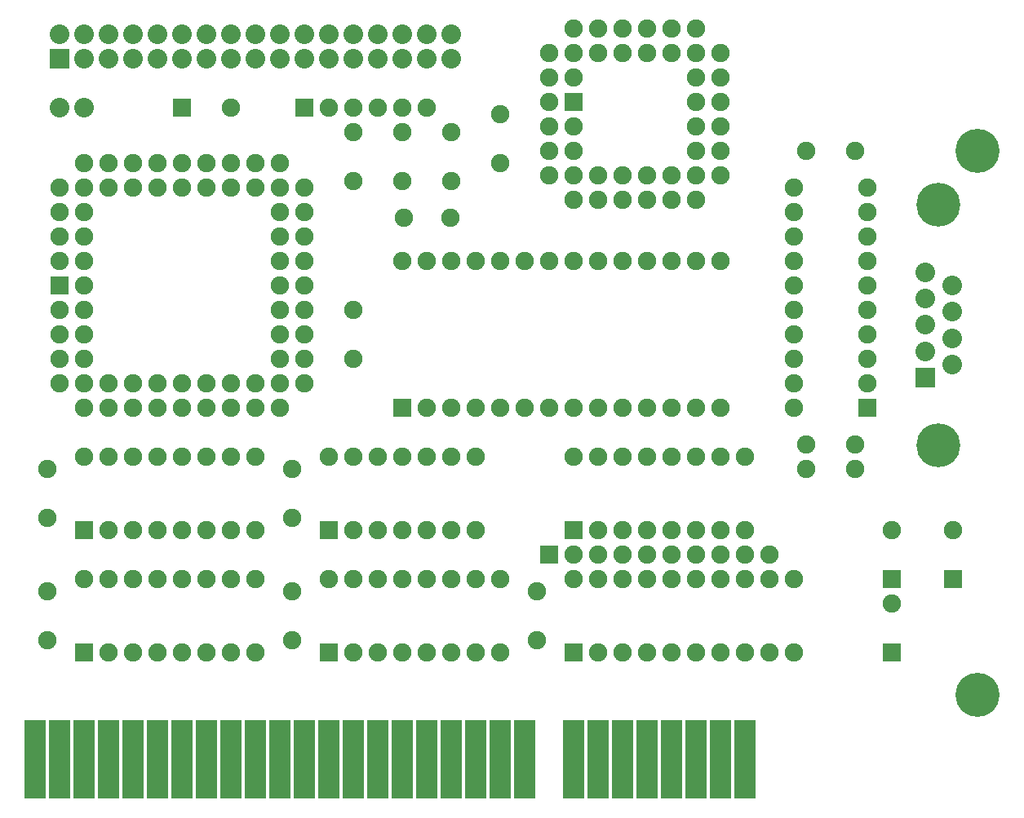
<source format=gts>
G04 (created by PCBNEW-RS274X (2012-01-19 BZR 3256)-stable) date 12/21/2012 12:27:35 AM*
G01*
G70*
G90*
%MOIN*%
G04 Gerber Fmt 3.4, Leading zero omitted, Abs format*
%FSLAX34Y34*%
G04 APERTURE LIST*
%ADD10C,0.006000*%
%ADD11C,0.180000*%
%ADD12R,0.075000X0.075000*%
%ADD13C,0.075000*%
%ADD14C,0.179400*%
%ADD15R,0.080000X0.080000*%
%ADD16C,0.080000*%
%ADD17R,0.090000X0.320000*%
%ADD18O,0.080000X0.080000*%
G04 APERTURE END LIST*
G54D10*
G54D11*
X79500Y-26500D03*
X79500Y-48750D03*
G54D12*
X76000Y-47000D03*
G54D13*
X76000Y-45000D03*
G54D12*
X47000Y-24750D03*
G54D13*
X49000Y-24750D03*
G54D12*
X76000Y-44000D03*
G54D13*
X76000Y-42000D03*
G54D12*
X63000Y-47000D03*
G54D13*
X64000Y-47000D03*
X65000Y-47000D03*
X66000Y-47000D03*
X67000Y-47000D03*
X68000Y-47000D03*
X69000Y-47000D03*
X70000Y-47000D03*
X71000Y-47000D03*
X72000Y-47000D03*
X72000Y-44000D03*
X71000Y-44000D03*
X70000Y-44000D03*
X69000Y-44000D03*
X68000Y-44000D03*
X67000Y-44000D03*
X66000Y-44000D03*
X65000Y-44000D03*
X64000Y-44000D03*
X63000Y-44000D03*
G54D12*
X75000Y-37000D03*
G54D13*
X75000Y-36000D03*
X75000Y-35000D03*
X75000Y-34000D03*
X75000Y-33000D03*
X75000Y-32000D03*
X75000Y-31000D03*
X75000Y-30000D03*
X75000Y-29000D03*
X75000Y-28000D03*
X72000Y-28000D03*
X72000Y-29000D03*
X72000Y-30000D03*
X72000Y-31000D03*
X72000Y-32000D03*
X72000Y-33000D03*
X72000Y-34000D03*
X72000Y-35000D03*
X72000Y-36000D03*
X72000Y-37000D03*
G54D12*
X43000Y-47000D03*
G54D13*
X44000Y-47000D03*
X45000Y-47000D03*
X46000Y-47000D03*
X47000Y-47000D03*
X48000Y-47000D03*
X49000Y-47000D03*
X50000Y-47000D03*
X50000Y-44000D03*
X49000Y-44000D03*
X48000Y-44000D03*
X47000Y-44000D03*
X46000Y-44000D03*
X45000Y-44000D03*
X44000Y-44000D03*
X43000Y-44000D03*
G54D12*
X53000Y-47000D03*
G54D13*
X54000Y-47000D03*
X55000Y-47000D03*
X56000Y-47000D03*
X57000Y-47000D03*
X58000Y-47000D03*
X59000Y-47000D03*
X60000Y-47000D03*
X60000Y-44000D03*
X59000Y-44000D03*
X58000Y-44000D03*
X57000Y-44000D03*
X56000Y-44000D03*
X55000Y-44000D03*
X54000Y-44000D03*
X53000Y-44000D03*
G54D12*
X63000Y-42000D03*
G54D13*
X64000Y-42000D03*
X65000Y-42000D03*
X66000Y-42000D03*
X67000Y-42000D03*
X68000Y-42000D03*
X69000Y-42000D03*
X70000Y-42000D03*
X70000Y-39000D03*
X69000Y-39000D03*
X68000Y-39000D03*
X67000Y-39000D03*
X66000Y-39000D03*
X65000Y-39000D03*
X64000Y-39000D03*
X63000Y-39000D03*
G54D12*
X43000Y-42000D03*
G54D13*
X44000Y-42000D03*
X45000Y-42000D03*
X46000Y-42000D03*
X47000Y-42000D03*
X48000Y-42000D03*
X49000Y-42000D03*
X50000Y-42000D03*
X50000Y-39000D03*
X49000Y-39000D03*
X48000Y-39000D03*
X47000Y-39000D03*
X46000Y-39000D03*
X45000Y-39000D03*
X44000Y-39000D03*
X43000Y-39000D03*
G54D12*
X53000Y-42000D03*
G54D13*
X54000Y-42000D03*
X55000Y-42000D03*
X56000Y-42000D03*
X57000Y-42000D03*
X58000Y-42000D03*
X59000Y-42000D03*
X59000Y-39000D03*
X58000Y-39000D03*
X57000Y-39000D03*
X56000Y-39000D03*
X55000Y-39000D03*
X54000Y-39000D03*
X53000Y-39000D03*
G54D14*
X77900Y-38539D03*
X77900Y-28701D03*
G54D15*
X77340Y-35780D03*
G54D16*
X77340Y-34700D03*
X77340Y-33620D03*
X77340Y-32540D03*
X77340Y-31460D03*
X78460Y-32000D03*
X78460Y-33080D03*
X78460Y-34170D03*
X78460Y-35240D03*
G54D13*
X41500Y-39500D03*
X41500Y-41500D03*
X74500Y-39500D03*
X72500Y-39500D03*
X51500Y-39500D03*
X51500Y-41500D03*
X41500Y-44500D03*
X41500Y-46500D03*
X51500Y-44500D03*
X51500Y-46500D03*
X61500Y-44500D03*
X61500Y-46500D03*
X54000Y-33000D03*
X54000Y-35000D03*
X72500Y-38500D03*
X74500Y-38500D03*
X60000Y-25000D03*
X60000Y-27000D03*
G54D17*
X70000Y-51375D03*
X69000Y-51375D03*
X68000Y-51375D03*
X67000Y-51375D03*
X66000Y-51375D03*
X65000Y-51375D03*
X64000Y-51375D03*
X63000Y-51375D03*
X61000Y-51375D03*
X60000Y-51375D03*
X59000Y-51375D03*
X58000Y-51375D03*
X57000Y-51375D03*
X56000Y-51375D03*
X55000Y-51375D03*
X54000Y-51375D03*
X53000Y-51375D03*
X52000Y-51375D03*
X51000Y-51375D03*
X50000Y-51375D03*
X49000Y-51375D03*
X48000Y-51375D03*
X47000Y-51375D03*
X46000Y-51375D03*
X45000Y-51375D03*
X44000Y-51375D03*
X43000Y-51375D03*
X42000Y-51375D03*
X41000Y-51375D03*
G54D13*
X72500Y-26500D03*
X74500Y-26500D03*
X56000Y-27750D03*
X56000Y-25750D03*
X58000Y-27750D03*
X58000Y-25750D03*
G54D12*
X56000Y-37000D03*
G54D13*
X57000Y-37000D03*
X58000Y-37000D03*
X59000Y-37000D03*
X60000Y-37000D03*
X61000Y-37000D03*
X62000Y-37000D03*
X63000Y-37000D03*
X64000Y-37000D03*
X65000Y-37000D03*
X66000Y-37000D03*
X67000Y-37000D03*
X68000Y-37000D03*
X69000Y-37000D03*
X69000Y-31000D03*
X68000Y-31000D03*
X67000Y-31000D03*
X66000Y-31000D03*
X65000Y-31000D03*
X64000Y-31000D03*
X63000Y-31000D03*
X62000Y-31000D03*
X61000Y-31000D03*
X60000Y-31000D03*
X59000Y-31000D03*
X58000Y-31000D03*
X57000Y-31000D03*
X56000Y-31000D03*
X54000Y-25750D03*
X54000Y-27750D03*
G54D12*
X78500Y-44000D03*
G54D13*
X78500Y-42000D03*
G54D12*
X42000Y-32000D03*
G54D13*
X43000Y-32000D03*
X42000Y-33000D03*
X43000Y-33000D03*
X42000Y-34000D03*
X43000Y-34000D03*
X42000Y-35000D03*
X43000Y-35000D03*
X42000Y-36000D03*
X43000Y-37000D03*
X43000Y-36000D03*
X44000Y-37000D03*
X44000Y-36000D03*
X45000Y-37000D03*
X45000Y-36000D03*
X46000Y-37000D03*
X46000Y-36000D03*
X47000Y-37000D03*
X47000Y-36000D03*
X48000Y-37000D03*
X48000Y-36000D03*
X49000Y-37000D03*
X49000Y-36000D03*
X50000Y-37000D03*
X50000Y-36000D03*
X51000Y-37000D03*
X52000Y-36000D03*
X51000Y-36000D03*
X52000Y-35000D03*
X51000Y-35000D03*
X52000Y-34000D03*
X51000Y-34000D03*
X52000Y-33000D03*
X51000Y-33000D03*
X52000Y-32000D03*
X51000Y-32000D03*
X52000Y-31000D03*
X51000Y-31000D03*
X52000Y-30000D03*
X51000Y-30000D03*
X52000Y-29000D03*
X51000Y-29000D03*
X52000Y-28000D03*
X51000Y-27000D03*
X51000Y-28000D03*
X50000Y-27000D03*
X50000Y-28000D03*
X49000Y-27000D03*
X49000Y-28000D03*
X48000Y-27000D03*
X48000Y-28000D03*
X47000Y-27000D03*
X47000Y-28000D03*
X46000Y-27000D03*
X46000Y-28000D03*
X45000Y-27000D03*
X45000Y-28000D03*
X44000Y-27000D03*
X44000Y-28000D03*
X43000Y-27000D03*
X42000Y-28000D03*
X43000Y-28000D03*
X42000Y-29000D03*
X43000Y-29000D03*
X42000Y-30000D03*
X43000Y-30000D03*
X42000Y-31000D03*
X43000Y-31000D03*
G54D12*
X63000Y-24500D03*
G54D13*
X62000Y-25500D03*
X63000Y-25500D03*
X62000Y-26500D03*
X63000Y-26500D03*
X62000Y-27500D03*
X63000Y-28500D03*
X63000Y-27500D03*
X64000Y-28500D03*
X64000Y-27500D03*
X65000Y-28500D03*
X65000Y-27500D03*
X66000Y-28500D03*
X66000Y-27500D03*
X67000Y-28500D03*
X67000Y-27500D03*
X68000Y-28500D03*
X69000Y-27500D03*
X68000Y-27500D03*
X69000Y-26500D03*
X68000Y-26500D03*
X69000Y-25500D03*
X68000Y-25500D03*
X69000Y-24500D03*
X68000Y-24500D03*
X69000Y-23500D03*
X68000Y-23500D03*
X69000Y-22500D03*
X68000Y-21500D03*
X68000Y-22500D03*
X67000Y-21500D03*
X67000Y-22500D03*
X66000Y-21500D03*
X66000Y-22500D03*
X65000Y-21500D03*
X65000Y-22500D03*
X64000Y-21500D03*
X64000Y-22500D03*
X63000Y-21500D03*
X62000Y-22500D03*
X63000Y-22500D03*
X62000Y-23500D03*
X63000Y-23500D03*
X62000Y-24500D03*
G54D18*
X42000Y-24750D03*
G54D16*
X43000Y-24750D03*
G54D15*
X42000Y-22750D03*
G54D16*
X42000Y-21750D03*
X43000Y-22750D03*
X43000Y-21750D03*
X44000Y-22750D03*
X44000Y-21750D03*
X45000Y-22750D03*
X45000Y-21750D03*
X46000Y-22750D03*
X46000Y-21750D03*
X47000Y-22750D03*
X47000Y-21750D03*
X48000Y-22750D03*
X48000Y-21750D03*
X49000Y-22750D03*
X49000Y-21750D03*
X50000Y-22750D03*
X50000Y-21750D03*
X51000Y-22750D03*
X51000Y-21750D03*
X52000Y-22750D03*
X52000Y-21750D03*
X53000Y-22750D03*
X53000Y-21750D03*
X54000Y-22750D03*
X54000Y-21750D03*
X55000Y-21750D03*
X55000Y-22750D03*
X56000Y-21750D03*
X56000Y-22750D03*
X57000Y-22750D03*
X57000Y-21750D03*
X58000Y-22750D03*
X58000Y-21750D03*
G54D12*
X62000Y-43000D03*
G54D13*
X63000Y-43000D03*
X64000Y-43000D03*
X65000Y-43000D03*
X66000Y-43000D03*
X67000Y-43000D03*
X68000Y-43000D03*
X69000Y-43000D03*
X70000Y-43000D03*
X71000Y-43000D03*
G54D12*
X52000Y-24750D03*
G54D13*
X53000Y-24750D03*
X54000Y-24750D03*
X55000Y-24750D03*
X56000Y-24750D03*
X57000Y-24750D03*
X57961Y-29250D03*
X56039Y-29250D03*
M02*

</source>
